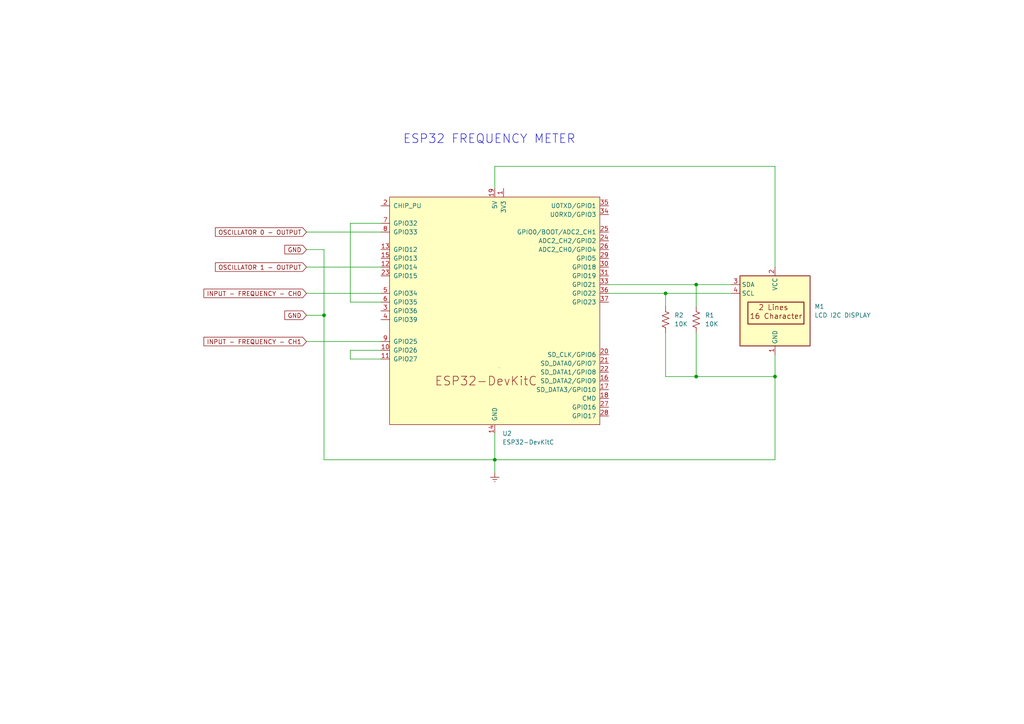
<source format=kicad_sch>
(kicad_sch (version 20230121) (generator eeschema)

  (uuid c42c2b2f-c6b8-440b-89b9-6252d182eec2)

  (paper "A4")

  (title_block
    (title "ESP32 FREQUENCY METER - 2 CHANNELS")
    (date "2024-07-31")
    (company "RUI VIANA E GUSTAVO MURTA")
  )

  (lib_symbols
    (symbol "Device:R_US" (pin_numbers hide) (pin_names (offset 0)) (in_bom yes) (on_board yes)
      (property "Reference" "R" (at 2.54 0 90)
        (effects (font (size 1.27 1.27)))
      )
      (property "Value" "R_US" (at -2.54 0 90)
        (effects (font (size 1.27 1.27)))
      )
      (property "Footprint" "" (at 1.016 -0.254 90)
        (effects (font (size 1.27 1.27)) hide)
      )
      (property "Datasheet" "~" (at 0 0 0)
        (effects (font (size 1.27 1.27)) hide)
      )
      (property "ki_keywords" "R res resistor" (at 0 0 0)
        (effects (font (size 1.27 1.27)) hide)
      )
      (property "ki_description" "Resistor, US symbol" (at 0 0 0)
        (effects (font (size 1.27 1.27)) hide)
      )
      (property "ki_fp_filters" "R_*" (at 0 0 0)
        (effects (font (size 1.27 1.27)) hide)
      )
      (symbol "R_US_0_1"
        (polyline
          (pts
            (xy 0 -2.286)
            (xy 0 -2.54)
          )
          (stroke (width 0) (type default))
          (fill (type none))
        )
        (polyline
          (pts
            (xy 0 2.286)
            (xy 0 2.54)
          )
          (stroke (width 0) (type default))
          (fill (type none))
        )
        (polyline
          (pts
            (xy 0 -0.762)
            (xy 1.016 -1.143)
            (xy 0 -1.524)
            (xy -1.016 -1.905)
            (xy 0 -2.286)
          )
          (stroke (width 0) (type default))
          (fill (type none))
        )
        (polyline
          (pts
            (xy 0 0.762)
            (xy 1.016 0.381)
            (xy 0 0)
            (xy -1.016 -0.381)
            (xy 0 -0.762)
          )
          (stroke (width 0) (type default))
          (fill (type none))
        )
        (polyline
          (pts
            (xy 0 2.286)
            (xy 1.016 1.905)
            (xy 0 1.524)
            (xy -1.016 1.143)
            (xy 0 0.762)
          )
          (stroke (width 0) (type default))
          (fill (type none))
        )
      )
      (symbol "R_US_1_1"
        (pin passive line (at 0 3.81 270) (length 1.27)
          (name "~" (effects (font (size 1.27 1.27))))
          (number "1" (effects (font (size 1.27 1.27))))
        )
        (pin passive line (at 0 -3.81 90) (length 1.27)
          (name "~" (effects (font (size 1.27 1.27))))
          (number "2" (effects (font (size 1.27 1.27))))
        )
      )
    )
    (symbol "Display_Character:EA_T123X-I2C" (in_bom yes) (on_board yes)
      (property "Reference" "M1" (at 11.43 1.27 0)
        (effects (font (size 1.27 1.27)) (justify left))
      )
      (property "Value" "LCD I2C DISPLAY" (at 11.43 -1.27 0)
        (effects (font (size 1.27 1.27)) (justify left))
      )
      (property "Footprint" "Display:EA_T123X-I2C" (at 0 -15.24 0)
        (effects (font (size 1.27 1.27)) hide)
      )
      (property "Datasheet" "http://www.lcd-module.de/pdf/doma/t123-i2c.pdf" (at 0 -12.7 0)
        (effects (font (size 1.27 1.27)) hide)
      )
      (property "ki_keywords" "display LCD 7-segment" (at 0 0 0)
        (effects (font (size 1.27 1.27)) hide)
      )
      (property "ki_description" "3 Lines, 12 character alpha numeric LCD, transreflective STN and FSTN Gray, I2C, single or dual power" (at 0 0 0)
        (effects (font (size 1.27 1.27)) hide)
      )
      (property "ki_fp_filters" "EA?T123X?I2C*" (at 0 0 0)
        (effects (font (size 1.27 1.27)) hide)
      )
      (symbol "EA_T123X-I2C_0_0"
        (rectangle (start -7.874 2.54) (end 8.382 -3.81)
          (stroke (width 0.254) (type default))
          (fill (type none))
        )
      )
      (symbol "EA_T123X-I2C_0_1"
        (rectangle (start -10.16 10.16) (end 10.16 -10.16)
          (stroke (width 0.254) (type default))
          (fill (type background))
        )
      )
      (symbol "EA_T123X-I2C_1_0"
        (text "16 Character" (at -7.366 -1.524 0)
          (effects (font (size 1.524 1.524)) (justify left))
        )
        (text "2 Lines" (at -4.826 1.016 0)
          (effects (font (size 1.524 1.524)) (justify left))
        )
      )
      (symbol "EA_T123X-I2C_1_1"
        (pin power_in line (at 0 -12.7 90) (length 2.54)
          (name "GND" (effects (font (size 1.27 1.27))))
          (number "1" (effects (font (size 1.27 1.27))))
        )
        (pin power_in line (at 0 12.7 270) (length 2.54)
          (name "VCC" (effects (font (size 1.27 1.27))))
          (number "2" (effects (font (size 1.27 1.27))))
        )
        (pin input line (at -12.7 7.62 0) (length 2.54)
          (name "SDA" (effects (font (size 1.27 1.27))))
          (number "3" (effects (font (size 1.27 1.27))))
        )
        (pin bidirectional line (at -12.7 5.08 0) (length 2.54)
          (name "SCL" (effects (font (size 1.27 1.27))))
          (number "4" (effects (font (size 1.27 1.27))))
        )
      )
    )
    (symbol "PCM_Espressif:ESP32-DevKitC" (pin_names (offset 1.016)) (in_bom yes) (on_board yes)
      (property "Reference" "U2" (at 2.1941 -35.56 0)
        (effects (font (size 1.27 1.27)) (justify left))
      )
      (property "Value" "ESP32-DevKitC" (at 2.1941 -38.1 0)
        (effects (font (size 1.27 1.27)) (justify left))
      )
      (property "Footprint" "PCM_Espressif:ESP32-DevKitC" (at 0 -43.18 0)
        (effects (font (size 1.27 1.27)) hide)
      )
      (property "Datasheet" "https://docs.espressif.com/projects/esp-idf/zh_CN/latest/esp32/hw-reference/esp32/get-started-devkitc.html" (at 0 -45.72 0)
        (effects (font (size 1.27 1.27)) hide)
      )
      (property "ki_keywords" "ESP32" (at 0 0 0)
        (effects (font (size 1.27 1.27)) hide)
      )
      (property "ki_description" "Development Kit" (at 0 0 0)
        (effects (font (size 1.27 1.27)) hide)
      )
      (symbol "ESP32-DevKitC_0_0"
        (text "ESP32-DevKitC" (at -2.54 -20.32 0)
          (effects (font (size 2.54 2.54)))
        )
        (pin power_in line (at 0 -35.56 90) (length 2.54)
          (name "GND" (effects (font (size 1.27 1.27))))
          (number "14" (effects (font (size 1.27 1.27))))
        )
        (pin power_in line (at 0 35.56 270) (length 2.54)
          (name "5V" (effects (font (size 1.27 1.27))))
          (number "19" (effects (font (size 1.27 1.27))))
        )
      )
      (symbol "ESP32-DevKitC_0_1"
        (rectangle (start -30.48 33.02) (end 30.48 -33.02)
          (stroke (width 0) (type default))
          (fill (type background))
        )
      )
      (symbol "ESP32-DevKitC_1_1"
        (pin power_in line (at 2.54 35.56 270) (length 2.54)
          (name "3V3" (effects (font (size 1.27 1.27))))
          (number "1" (effects (font (size 1.27 1.27))))
        )
        (pin bidirectional line (at -33.02 -11.43 0) (length 2.54)
          (name "GPIO26" (effects (font (size 1.27 1.27))))
          (number "10" (effects (font (size 1.27 1.27))))
        )
        (pin bidirectional line (at -33.02 -13.97 0) (length 2.54)
          (name "GPIO27" (effects (font (size 1.27 1.27))))
          (number "11" (effects (font (size 1.27 1.27))))
        )
        (pin bidirectional line (at -33.02 12.7 0) (length 2.54)
          (name "GPIO14" (effects (font (size 1.27 1.27))))
          (number "12" (effects (font (size 1.27 1.27))))
        )
        (pin bidirectional line (at -33.02 17.78 0) (length 2.54)
          (name "GPIO12" (effects (font (size 1.27 1.27))))
          (number "13" (effects (font (size 1.27 1.27))))
        )
        (pin bidirectional line (at -33.02 15.24 0) (length 2.54)
          (name "GPIO13" (effects (font (size 1.27 1.27))))
          (number "15" (effects (font (size 1.27 1.27))))
        )
        (pin bidirectional line (at 33.02 -20.32 180) (length 2.54)
          (name "SD_DATA2/GPIO9" (effects (font (size 1.27 1.27))))
          (number "16" (effects (font (size 1.27 1.27))))
        )
        (pin bidirectional line (at 33.02 -22.86 180) (length 2.54)
          (name "SD_DATA3/GPIO10" (effects (font (size 1.27 1.27))))
          (number "17" (effects (font (size 1.27 1.27))))
        )
        (pin bidirectional line (at 33.02 -25.4 180) (length 2.54)
          (name "CMD" (effects (font (size 1.27 1.27))))
          (number "18" (effects (font (size 1.27 1.27))))
        )
        (pin input line (at -33.02 30.48 0) (length 2.54)
          (name "CHIP_PU" (effects (font (size 1.27 1.27))))
          (number "2" (effects (font (size 1.27 1.27))))
        )
        (pin bidirectional line (at 33.02 -12.7 180) (length 2.54)
          (name "SD_CLK/GPIO6" (effects (font (size 1.27 1.27))))
          (number "20" (effects (font (size 1.27 1.27))))
        )
        (pin bidirectional line (at 33.02 -15.24 180) (length 2.54)
          (name "SD_DATA0/GPIO7" (effects (font (size 1.27 1.27))))
          (number "21" (effects (font (size 1.27 1.27))))
        )
        (pin bidirectional line (at 33.02 -17.78 180) (length 2.54)
          (name "SD_DATA1/GPIO8" (effects (font (size 1.27 1.27))))
          (number "22" (effects (font (size 1.27 1.27))))
        )
        (pin bidirectional line (at -33.02 10.16 0) (length 2.54)
          (name "GPIO15" (effects (font (size 1.27 1.27))))
          (number "23" (effects (font (size 1.27 1.27))))
        )
        (pin bidirectional line (at 33.02 20.32 180) (length 2.54)
          (name "ADC2_CH2/GPIO2" (effects (font (size 1.27 1.27))))
          (number "24" (effects (font (size 1.27 1.27))))
        )
        (pin bidirectional line (at 33.02 22.86 180) (length 2.54)
          (name "GPIO0/BOOT/ADC2_CH1" (effects (font (size 1.27 1.27))))
          (number "25" (effects (font (size 1.27 1.27))))
        )
        (pin bidirectional line (at 33.02 17.78 180) (length 2.54)
          (name "ADC2_CH0/GPIO4" (effects (font (size 1.27 1.27))))
          (number "26" (effects (font (size 1.27 1.27))))
        )
        (pin bidirectional line (at 33.02 -27.94 180) (length 2.54)
          (name "GPIO16" (effects (font (size 1.27 1.27))))
          (number "27" (effects (font (size 1.27 1.27))))
        )
        (pin bidirectional line (at 33.02 -30.48 180) (length 2.54)
          (name "GPIO17" (effects (font (size 1.27 1.27))))
          (number "28" (effects (font (size 1.27 1.27))))
        )
        (pin bidirectional line (at 33.02 15.24 180) (length 2.54)
          (name "GPIO5" (effects (font (size 1.27 1.27))))
          (number "29" (effects (font (size 1.27 1.27))))
        )
        (pin input line (at -33.02 0 0) (length 2.54)
          (name "GPIO36" (effects (font (size 1.27 1.27))))
          (number "3" (effects (font (size 1.27 1.27))))
        )
        (pin bidirectional line (at 33.02 12.7 180) (length 2.54)
          (name "GPIO18" (effects (font (size 1.27 1.27))))
          (number "30" (effects (font (size 1.27 1.27))))
        )
        (pin bidirectional line (at 33.02 10.16 180) (length 2.54)
          (name "GPIO19" (effects (font (size 1.27 1.27))))
          (number "31" (effects (font (size 1.27 1.27))))
        )
        (pin passive line (at 0 -35.56 90) (length 2.54) hide
          (name "GND" (effects (font (size 1.27 1.27))))
          (number "32" (effects (font (size 1.27 1.27))))
        )
        (pin bidirectional line (at 33.02 7.62 180) (length 2.54)
          (name "GPIO21" (effects (font (size 1.27 1.27))))
          (number "33" (effects (font (size 1.27 1.27))))
        )
        (pin bidirectional line (at 33.02 27.94 180) (length 2.54)
          (name "U0RXD/GPIO3" (effects (font (size 1.27 1.27))))
          (number "34" (effects (font (size 1.27 1.27))))
        )
        (pin bidirectional line (at 33.02 30.48 180) (length 2.54)
          (name "U0TXD/GPIO1" (effects (font (size 1.27 1.27))))
          (number "35" (effects (font (size 1.27 1.27))))
        )
        (pin bidirectional line (at 33.02 5.08 180) (length 2.54)
          (name "GPIO22" (effects (font (size 1.27 1.27))))
          (number "36" (effects (font (size 1.27 1.27))))
        )
        (pin bidirectional line (at 33.02 2.54 180) (length 2.54)
          (name "GPIO23" (effects (font (size 1.27 1.27))))
          (number "37" (effects (font (size 1.27 1.27))))
        )
        (pin passive line (at 0 -35.56 90) (length 2.54) hide
          (name "GND" (effects (font (size 1.27 1.27))))
          (number "38" (effects (font (size 1.27 1.27))))
        )
        (pin input line (at -33.02 -2.54 0) (length 2.54)
          (name "GPIO39" (effects (font (size 1.27 1.27))))
          (number "4" (effects (font (size 1.27 1.27))))
        )
        (pin input line (at -33.02 5.08 0) (length 2.54)
          (name "GPIO34" (effects (font (size 1.27 1.27))))
          (number "5" (effects (font (size 1.27 1.27))))
        )
        (pin input line (at -33.02 2.54 0) (length 2.54)
          (name "GPIO35" (effects (font (size 1.27 1.27))))
          (number "6" (effects (font (size 1.27 1.27))))
        )
        (pin bidirectional line (at -33.02 25.4 0) (length 2.54)
          (name "GPIO32" (effects (font (size 1.27 1.27))))
          (number "7" (effects (font (size 1.27 1.27))))
        )
        (pin bidirectional line (at -33.02 22.86 0) (length 2.54)
          (name "GPIO33" (effects (font (size 1.27 1.27))))
          (number "8" (effects (font (size 1.27 1.27))))
        )
        (pin bidirectional line (at -33.02 -8.89 0) (length 2.54)
          (name "GPIO25" (effects (font (size 1.27 1.27))))
          (number "9" (effects (font (size 1.27 1.27))))
        )
      )
    )
    (symbol "power:Earth" (power) (pin_names (offset 0)) (in_bom yes) (on_board yes)
      (property "Reference" "#PWR" (at 0 -6.35 0)
        (effects (font (size 1.27 1.27)) hide)
      )
      (property "Value" "Earth" (at 0 -3.81 0)
        (effects (font (size 1.27 1.27)) hide)
      )
      (property "Footprint" "" (at 0 0 0)
        (effects (font (size 1.27 1.27)) hide)
      )
      (property "Datasheet" "~" (at 0 0 0)
        (effects (font (size 1.27 1.27)) hide)
      )
      (property "ki_keywords" "global ground gnd" (at 0 0 0)
        (effects (font (size 1.27 1.27)) hide)
      )
      (property "ki_description" "Power symbol creates a global label with name \"Earth\"" (at 0 0 0)
        (effects (font (size 1.27 1.27)) hide)
      )
      (symbol "Earth_0_1"
        (polyline
          (pts
            (xy -0.635 -1.905)
            (xy 0.635 -1.905)
          )
          (stroke (width 0) (type default))
          (fill (type none))
        )
        (polyline
          (pts
            (xy -0.127 -2.54)
            (xy 0.127 -2.54)
          )
          (stroke (width 0) (type default))
          (fill (type none))
        )
        (polyline
          (pts
            (xy 0 -1.27)
            (xy 0 0)
          )
          (stroke (width 0) (type default))
          (fill (type none))
        )
        (polyline
          (pts
            (xy 1.27 -1.27)
            (xy -1.27 -1.27)
          )
          (stroke (width 0) (type default))
          (fill (type none))
        )
      )
      (symbol "Earth_1_1"
        (pin power_in line (at 0 0 270) (length 0) hide
          (name "Earth" (effects (font (size 1.27 1.27))))
          (number "1" (effects (font (size 1.27 1.27))))
        )
      )
    )
  )

  (junction (at 143.51 133.35) (diameter 0) (color 0 0 0 0)
    (uuid 1f359329-a16d-4e55-9f41-481fd8ba84c4)
  )
  (junction (at 93.98 91.44) (diameter 0) (color 0 0 0 0)
    (uuid 25039168-fcf7-45d6-95df-fbffd949e22a)
  )
  (junction (at 201.93 109.22) (diameter 0) (color 0 0 0 0)
    (uuid 42c23e98-a49e-4373-b815-74cf1a89b563)
  )
  (junction (at 224.79 109.22) (diameter 0) (color 0 0 0 0)
    (uuid 54c1e4dc-aa8e-4131-9647-a54573aba1eb)
  )
  (junction (at 201.93 82.55) (diameter 0) (color 0 0 0 0)
    (uuid 5b299c2a-0013-4e5b-adaa-097e0fff9f1a)
  )
  (junction (at 193.04 85.09) (diameter 0) (color 0 0 0 0)
    (uuid b2bca3b3-bb06-4912-9624-63debe896471)
  )

  (wire (pts (xy 176.53 82.55) (xy 201.93 82.55))
    (stroke (width 0) (type default))
    (uuid 0d8ccdef-93c5-4f8d-9e64-1fc677c1d893)
  )
  (wire (pts (xy 201.93 82.55) (xy 201.93 88.9))
    (stroke (width 0) (type default))
    (uuid 0f2926e1-cfef-488c-ba48-c026c44dd46d)
  )
  (wire (pts (xy 88.9 67.31) (xy 110.49 67.31))
    (stroke (width 0) (type default))
    (uuid 2012f097-0183-494a-a1dd-f7581c17b485)
  )
  (wire (pts (xy 101.6 64.77) (xy 101.6 87.63))
    (stroke (width 0) (type default))
    (uuid 208d9f63-a401-4166-a1d2-0519f4251b8f)
  )
  (wire (pts (xy 93.98 72.39) (xy 93.98 91.44))
    (stroke (width 0) (type default))
    (uuid 290beae9-98ab-43f5-9bd9-9497d45d2c4f)
  )
  (wire (pts (xy 88.9 99.06) (xy 110.49 99.06))
    (stroke (width 0) (type default))
    (uuid 2c17ecaa-25fd-4d2a-8cfc-cdfb3367e011)
  )
  (wire (pts (xy 193.04 109.22) (xy 201.93 109.22))
    (stroke (width 0) (type default))
    (uuid 2d6cf6b1-84fd-4453-86dc-f1fb9e12b011)
  )
  (wire (pts (xy 143.51 133.35) (xy 143.51 137.16))
    (stroke (width 0) (type default))
    (uuid 39aefd42-de0b-4699-a8d1-65decaab481d)
  )
  (wire (pts (xy 143.51 133.35) (xy 93.98 133.35))
    (stroke (width 0) (type default))
    (uuid 39e10d7a-dd32-4481-9d52-1c69dd851653)
  )
  (wire (pts (xy 201.93 109.22) (xy 224.79 109.22))
    (stroke (width 0) (type default))
    (uuid 3a82433b-6192-4338-bcf0-31c463e40586)
  )
  (wire (pts (xy 88.9 91.44) (xy 93.98 91.44))
    (stroke (width 0) (type default))
    (uuid 47155eb8-5936-4e9a-bff2-d1e396a3e9b4)
  )
  (wire (pts (xy 110.49 101.6) (xy 101.6 101.6))
    (stroke (width 0) (type default))
    (uuid 4768008e-457c-4ca1-91a1-859e8090686d)
  )
  (wire (pts (xy 101.6 101.6) (xy 101.6 104.14))
    (stroke (width 0) (type default))
    (uuid 49ca13eb-f743-4b6e-b064-225311437b72)
  )
  (wire (pts (xy 193.04 96.52) (xy 193.04 109.22))
    (stroke (width 0) (type default))
    (uuid 52577313-7fcd-45db-b72b-667489d6f974)
  )
  (wire (pts (xy 101.6 104.14) (xy 110.49 104.14))
    (stroke (width 0) (type default))
    (uuid 56e810d2-9169-45af-82da-cf7e2ae42c41)
  )
  (wire (pts (xy 193.04 85.09) (xy 193.04 88.9))
    (stroke (width 0) (type default))
    (uuid 57461046-525e-44a7-8c5a-f6b18206e90c)
  )
  (wire (pts (xy 193.04 85.09) (xy 212.09 85.09))
    (stroke (width 0) (type default))
    (uuid 664fb522-0258-4d84-8a9c-8a3567921b93)
  )
  (wire (pts (xy 88.9 77.47) (xy 110.49 77.47))
    (stroke (width 0) (type default))
    (uuid 674a5c46-d2d6-439d-9403-4edc6fb188e2)
  )
  (wire (pts (xy 143.51 133.35) (xy 224.79 133.35))
    (stroke (width 0) (type default))
    (uuid 6f0425db-c230-4bb1-8053-e7fca0b9fd39)
  )
  (wire (pts (xy 88.9 72.39) (xy 93.98 72.39))
    (stroke (width 0) (type default))
    (uuid 7ef94ff5-deb7-4381-a866-147bb706487c)
  )
  (wire (pts (xy 224.79 109.22) (xy 224.79 102.87))
    (stroke (width 0) (type default))
    (uuid 88184389-c8ce-4407-9767-2f915f7308ab)
  )
  (wire (pts (xy 101.6 87.63) (xy 110.49 87.63))
    (stroke (width 0) (type default))
    (uuid 8aeb1b68-5bd0-420a-82ca-4df67bc40ccc)
  )
  (wire (pts (xy 110.49 64.77) (xy 101.6 64.77))
    (stroke (width 0) (type default))
    (uuid 94dacbbf-ed40-422f-a9b3-6f260561ea32)
  )
  (wire (pts (xy 201.93 82.55) (xy 212.09 82.55))
    (stroke (width 0) (type default))
    (uuid a5739ddc-92dc-411c-9129-75930bc499fc)
  )
  (wire (pts (xy 88.9 85.09) (xy 110.49 85.09))
    (stroke (width 0) (type default))
    (uuid ae045a3d-fb2e-458e-a50c-f04f280322fe)
  )
  (wire (pts (xy 224.79 133.35) (xy 224.79 109.22))
    (stroke (width 0) (type default))
    (uuid bacd174d-1481-4aae-a17e-4731952f98c0)
  )
  (wire (pts (xy 93.98 133.35) (xy 93.98 91.44))
    (stroke (width 0) (type default))
    (uuid c119f78b-0eb3-47ba-8a0e-d5296c1317e8)
  )
  (wire (pts (xy 143.51 48.26) (xy 224.79 48.26))
    (stroke (width 0) (type default))
    (uuid d623d1a5-edf6-498f-9985-a7966627c6c8)
  )
  (wire (pts (xy 201.93 96.52) (xy 201.93 109.22))
    (stroke (width 0) (type default))
    (uuid d7320d50-f7fa-4266-9ce8-2e6a5f328adf)
  )
  (wire (pts (xy 143.51 125.73) (xy 143.51 133.35))
    (stroke (width 0) (type default))
    (uuid db7c0150-f668-4c86-835f-bdbd0ce11173)
  )
  (wire (pts (xy 143.51 54.61) (xy 143.51 48.26))
    (stroke (width 0) (type default))
    (uuid e6dcf694-e539-4e6a-9bc6-eda0ab77740b)
  )
  (wire (pts (xy 176.53 85.09) (xy 193.04 85.09))
    (stroke (width 0) (type default))
    (uuid e8b9c9c4-4c9c-437a-b8a6-8a92a9e0aceb)
  )
  (wire (pts (xy 224.79 48.26) (xy 224.79 77.47))
    (stroke (width 0) (type default))
    (uuid f34164e9-77af-499f-bf91-e9ab053a967f)
  )

  (rectangle (start 144.78 106.68) (end 144.78 106.68)
    (stroke (width 0) (type default))
    (fill (type none))
    (uuid c7e9c3f9-185f-4f7a-be8d-2d94d30bcf0d)
  )

  (text "ESP32 FREQUENCY METER" (at 116.84 41.91 0)
    (effects (font (size 2.54 2.54)) (justify left bottom))
    (uuid b5257ee3-33a7-4f7b-962d-ae6a264eade7)
  )

  (global_label "OSCILLATOR 0 - OUTPUT" (shape input) (at 88.9 67.31 180) (fields_autoplaced)
    (effects (font (size 1.27 1.27)) (justify right))
    (uuid 56162a12-6874-4119-9c6a-8f0d5b3ab1ef)
    (property "Intersheetrefs" "${INTERSHEET_REFS}" (at 61.9057 67.31 0)
      (effects (font (size 1.27 1.27)) (justify right) hide)
    )
  )
  (global_label "GND" (shape input) (at 88.9 72.39 180) (fields_autoplaced)
    (effects (font (size 1.27 1.27)) (justify right))
    (uuid 7e0d7f30-862f-4df7-acc6-9936c774117a)
    (property "Intersheetrefs" "${INTERSHEET_REFS}" (at 82.0443 72.39 0)
      (effects (font (size 1.27 1.27)) (justify right) hide)
    )
  )
  (global_label "GND" (shape input) (at 88.9 91.44 180) (fields_autoplaced)
    (effects (font (size 1.27 1.27)) (justify right))
    (uuid a70fea71-b1f8-4856-b7c2-2adcb281fb72)
    (property "Intersheetrefs" "${INTERSHEET_REFS}" (at 82.0443 91.44 0)
      (effects (font (size 1.27 1.27)) (justify right) hide)
    )
  )
  (global_label "INPUT - FREQUENCY - CH0" (shape input) (at 88.9 85.09 180) (fields_autoplaced)
    (effects (font (size 1.27 1.27)) (justify right))
    (uuid c399b287-04f3-4fb6-9756-0b6426d88791)
    (property "Intersheetrefs" "${INTERSHEET_REFS}" (at 58.5795 85.09 0)
      (effects (font (size 1.27 1.27)) (justify right) hide)
    )
  )
  (global_label "INPUT - FREQUENCY - CH1" (shape input) (at 88.9 99.06 180) (fields_autoplaced)
    (effects (font (size 1.27 1.27)) (justify right))
    (uuid d48d33d5-6f8c-4217-ac0e-db817bf39f0f)
    (property "Intersheetrefs" "${INTERSHEET_REFS}" (at 58.5795 99.06 0)
      (effects (font (size 1.27 1.27)) (justify right) hide)
    )
  )
  (global_label "OSCILLATOR 1 - OUTPUT" (shape input) (at 88.9 77.47 180) (fields_autoplaced)
    (effects (font (size 1.27 1.27)) (justify right))
    (uuid e643ebe5-a87a-419e-a368-233a836ca953)
    (property "Intersheetrefs" "${INTERSHEET_REFS}" (at 61.9057 77.47 0)
      (effects (font (size 1.27 1.27)) (justify right) hide)
    )
  )

  (symbol (lib_id "PCM_Espressif:ESP32-DevKitC") (at 143.51 90.17 0) (unit 1)
    (in_bom yes) (on_board yes) (dnp no) (fields_autoplaced)
    (uuid 0f02ffdd-a87f-4c51-ac06-61b3eb25a6b3)
    (property "Reference" "U2" (at 145.7041 125.73 0)
      (effects (font (size 1.27 1.27)) (justify left))
    )
    (property "Value" "ESP32-DevKitC" (at 145.7041 128.27 0)
      (effects (font (size 1.27 1.27)) (justify left))
    )
    (property "Footprint" "PCM_Espressif:ESP32-DevKitC" (at 143.51 133.35 0)
      (effects (font (size 1.27 1.27)) hide)
    )
    (property "Datasheet" "https://docs.espressif.com/projects/esp-idf/zh_CN/latest/esp32/hw-reference/esp32/get-started-devkitc.html" (at 143.51 135.89 0)
      (effects (font (size 1.27 1.27)) hide)
    )
    (pin "14" (uuid ae70df39-c3e4-45af-9154-1ae73932a8a0))
    (pin "19" (uuid 439d6e05-aa82-406b-b25f-8bff89d20bf2))
    (pin "1" (uuid ade2b2aa-bd86-40cc-a9a4-933d9dd44b84))
    (pin "10" (uuid bad8eb7b-05a6-4e7b-bf8f-2c8563055d07))
    (pin "11" (uuid f8d66f77-b2a7-4c55-8275-c8fcda3bea62))
    (pin "12" (uuid c434da09-926a-4977-bd18-ebe8fc39c77e))
    (pin "13" (uuid 18a9b1ce-566f-4097-ba29-dc9a3673cbf1))
    (pin "15" (uuid b7222581-837c-4b05-8d1d-873979dd9d53))
    (pin "16" (uuid b13b41a8-88a0-4ef3-ab19-2a62feeed1c7))
    (pin "17" (uuid 9f592bf3-26f6-4549-a49b-a008fd5ade04))
    (pin "18" (uuid 77057346-e915-41f3-ab20-3bda1ea8573b))
    (pin "2" (uuid 42f99dd8-dcdc-4253-a5f2-cd36e10220dd))
    (pin "20" (uuid 84920883-52c8-41c3-b8ef-266b03576dd2))
    (pin "21" (uuid f8647510-bf77-412f-ac77-98ed067e194f))
    (pin "22" (uuid 0e38841b-7f8b-4a53-bea7-e1d1440cabce))
    (pin "23" (uuid 4a6403c1-d125-4dd2-ae91-641930735dae))
    (pin "24" (uuid 2234ca5a-47b2-4a34-8f05-f2ef0dfe829d))
    (pin "25" (uuid e1dd9c0a-e0af-475d-b260-0c43abd2fec2))
    (pin "26" (uuid 677999ca-9ff7-474a-951d-58add69da034))
    (pin "27" (uuid fe4aaa07-dd2d-4fd6-952f-ee24dc1672ef))
    (pin "28" (uuid a4ef1ab4-6fb9-4985-9ea1-f23b8b2c1325))
    (pin "29" (uuid 147456c4-ff70-4a7d-a659-4bd5b9527ee9))
    (pin "3" (uuid ca141186-c847-4db6-92ad-dc51065bc034))
    (pin "30" (uuid 4837e20c-8960-4362-a45d-880c9444d40d))
    (pin "31" (uuid 728265da-27fa-48ae-8793-9ab12ecda2f3))
    (pin "32" (uuid ba6c0d16-663f-4aa5-a4b0-10c5a53cb591))
    (pin "33" (uuid 7fc7d13c-eff8-4522-9570-b20b4b108089))
    (pin "34" (uuid 059294c2-bd4a-45e6-ba56-7344ac9bf697))
    (pin "35" (uuid 4551e109-cdf5-40d1-baa2-bf5711127a22))
    (pin "36" (uuid bfcf7dd4-5df4-44cc-8453-64f6e174eddf))
    (pin "37" (uuid 00128fd1-71b2-4177-b7fe-4924a7be5d12))
    (pin "38" (uuid bd5a892f-aaa5-4dda-8b0e-95c6ad328583))
    (pin "4" (uuid f33efef8-f657-44e7-9a00-0d91823aea9f))
    (pin "5" (uuid 632f94f2-7d0f-449f-a988-5f04e15121f2))
    (pin "6" (uuid 84dff00c-d1b9-49ae-8142-b6291d16afbf))
    (pin "7" (uuid 7436cd7d-6e3a-47c5-845d-91daa557789c))
    (pin "8" (uuid 72ccc59a-8b20-4af6-b306-ddef22d24a59))
    (pin "9" (uuid 00681ea3-f9ca-44b7-a4e7-dfb1a43467d6))
    (instances
      (project "ESP32_Frequency_Meter_2CH"
        (path "/c42c2b2f-c6b8-440b-89b9-6252d182eec2"
          (reference "U2") (unit 1)
        )
      )
    )
  )

  (symbol (lib_id "Display_Character:EA_T123X-I2C") (at 224.79 90.17 0) (unit 1)
    (in_bom yes) (on_board yes) (dnp no) (fields_autoplaced)
    (uuid 2762efab-e5f5-4bba-a579-59d0744a45bd)
    (property "Reference" "M1" (at 236.22 88.9 0)
      (effects (font (size 1.27 1.27)) (justify left))
    )
    (property "Value" "LCD I2C DISPLAY" (at 236.22 91.44 0)
      (effects (font (size 1.27 1.27)) (justify left))
    )
    (property "Footprint" "Display:EA_T123X-I2C" (at 224.79 105.41 0)
      (effects (font (size 1.27 1.27)) hide)
    )
    (property "Datasheet" "http://www.lcd-module.de/pdf/doma/t123-i2c.pdf" (at 224.79 102.87 0)
      (effects (font (size 1.27 1.27)) hide)
    )
    (pin "1" (uuid 69879ba5-a292-4447-a927-b5e1baf541b9))
    (pin "2" (uuid 28c30463-1d7e-4c15-b811-acdb831cee1d))
    (pin "3" (uuid 91418825-18d1-4e0c-b320-9cd250c9b7bd))
    (pin "4" (uuid 2f29f9bf-d160-4277-a483-57451cb019f4))
    (instances
      (project "ESP32_Frequency_Meter_2CH"
        (path "/c42c2b2f-c6b8-440b-89b9-6252d182eec2"
          (reference "M1") (unit 1)
        )
      )
    )
  )

  (symbol (lib_id "Device:R_US") (at 193.04 92.71 0) (unit 1)
    (in_bom yes) (on_board yes) (dnp no) (fields_autoplaced)
    (uuid 3e146573-a87e-4d2f-a527-7983f7a3ec52)
    (property "Reference" "R2" (at 195.58 91.44 0)
      (effects (font (size 1.27 1.27)) (justify left))
    )
    (property "Value" "10K" (at 195.58 93.98 0)
      (effects (font (size 1.27 1.27)) (justify left))
    )
    (property "Footprint" "" (at 194.056 92.964 90)
      (effects (font (size 1.27 1.27)) hide)
    )
    (property "Datasheet" "~" (at 193.04 92.71 0)
      (effects (font (size 1.27 1.27)) hide)
    )
    (pin "1" (uuid f796dcd4-0812-46eb-a178-ac7530304a42))
    (pin "2" (uuid 2944a5d2-601d-437f-a45b-35b3e795c37a))
    (instances
      (project "ESP32_Frequency_Meter_2CH"
        (path "/c42c2b2f-c6b8-440b-89b9-6252d182eec2"
          (reference "R2") (unit 1)
        )
      )
    )
  )

  (symbol (lib_id "Device:R_US") (at 201.93 92.71 0) (unit 1)
    (in_bom yes) (on_board yes) (dnp no) (fields_autoplaced)
    (uuid c465e081-e961-4469-af4e-0d07a056ea58)
    (property "Reference" "R1" (at 204.47 91.44 0)
      (effects (font (size 1.27 1.27)) (justify left))
    )
    (property "Value" "10K" (at 204.47 93.98 0)
      (effects (font (size 1.27 1.27)) (justify left))
    )
    (property "Footprint" "" (at 202.946 92.964 90)
      (effects (font (size 1.27 1.27)) hide)
    )
    (property "Datasheet" "~" (at 201.93 92.71 0)
      (effects (font (size 1.27 1.27)) hide)
    )
    (pin "1" (uuid bac030cc-f92b-477e-ab95-a1bd74ac46e7))
    (pin "2" (uuid ab74c8eb-46fe-40c3-a961-94fd019bdcfb))
    (instances
      (project "ESP32_Frequency_Meter_2CH"
        (path "/c42c2b2f-c6b8-440b-89b9-6252d182eec2"
          (reference "R1") (unit 1)
        )
      )
    )
  )

  (symbol (lib_id "power:Earth") (at 143.51 137.16 0) (unit 1)
    (in_bom yes) (on_board yes) (dnp no) (fields_autoplaced)
    (uuid f4705309-7d08-4845-850f-22e34b184630)
    (property "Reference" "#PWR01" (at 143.51 143.51 0)
      (effects (font (size 1.27 1.27)) hide)
    )
    (property "Value" "Earth" (at 143.51 140.97 0)
      (effects (font (size 1.27 1.27)) hide)
    )
    (property "Footprint" "" (at 143.51 137.16 0)
      (effects (font (size 1.27 1.27)) hide)
    )
    (property "Datasheet" "~" (at 143.51 137.16 0)
      (effects (font (size 1.27 1.27)) hide)
    )
    (pin "1" (uuid dc2d2a20-bdea-47e3-8ca1-d9168a309763))
    (instances
      (project "ESP32_Frequency_Meter_2CH"
        (path "/c42c2b2f-c6b8-440b-89b9-6252d182eec2"
          (reference "#PWR01") (unit 1)
        )
      )
    )
  )

  (sheet_instances
    (path "/" (page "1"))
  )
)

</source>
